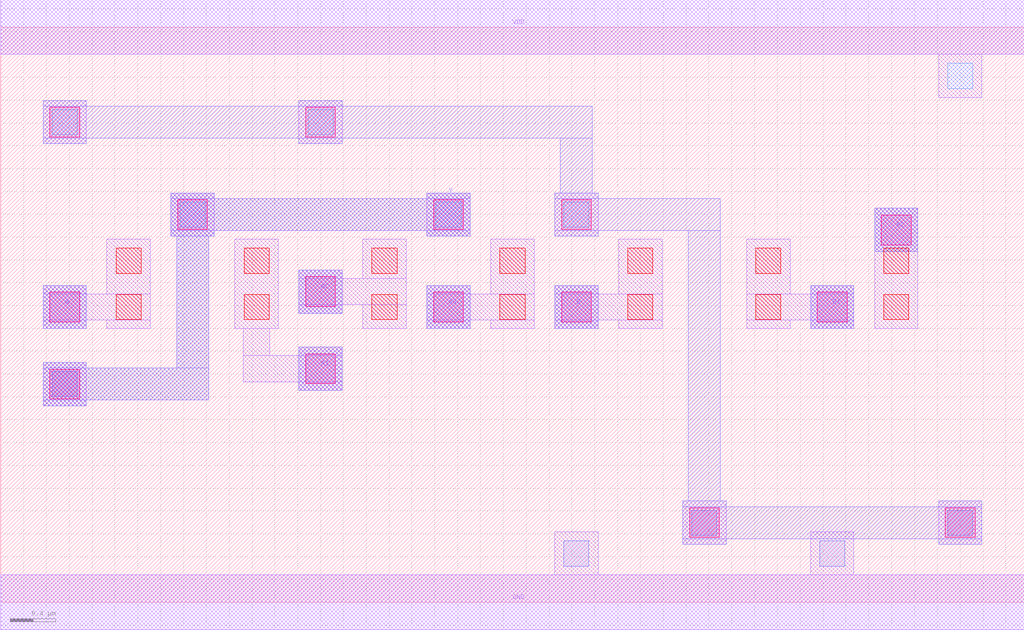
<source format=lef>
MACRO AOI43
 CLASS CORE ;
 FOREIGN AOI43 0 0 ;
 SIZE 8.96 BY 5.04 ;
 ORIGIN 0 0 ;
 SYMMETRY X Y R90 ;
 SITE unit ;
  PIN VDD
   DIRECTION INOUT ;
   USE POWER ;
   SHAPE ABUTMENT ;
    PORT
     CLASS CORE ;
       LAYER met1 ;
        RECT 0.00000000 4.80000000 8.96000000 5.28000000 ;
    END
  END VDD

  PIN GND
   DIRECTION INOUT ;
   USE POWER ;
   SHAPE ABUTMENT ;
    PORT
     CLASS CORE ;
       LAYER met1 ;
        RECT 0.00000000 -0.24000000 8.96000000 0.24000000 ;
    END
  END GND

  PIN Y
   DIRECTION INOUT ;
   USE SIGNAL ;
   SHAPE ABUTMENT ;
    PORT
     CLASS CORE ;
       LAYER met2 ;
        RECT 0.37000000 1.72200000 0.75000000 1.77200000 ;
        RECT 0.37000000 1.77200000 1.82000000 2.05200000 ;
        RECT 0.37000000 2.05200000 0.75000000 2.10200000 ;
        RECT 1.54000000 2.05200000 1.82000000 3.20700000 ;
        RECT 1.49000000 3.20700000 1.87000000 3.25700000 ;
        RECT 3.73000000 3.20700000 4.11000000 3.25700000 ;
        RECT 1.49000000 3.25700000 4.11000000 3.53700000 ;
        RECT 1.49000000 3.53700000 1.87000000 3.58700000 ;
        RECT 3.73000000 3.53700000 4.11000000 3.58700000 ;
    END
  END Y

  PIN B
   DIRECTION INOUT ;
   USE SIGNAL ;
   SHAPE ABUTMENT ;
    PORT
     CLASS CORE ;
       LAYER met2 ;
        RECT 4.85000000 2.39700000 5.23000000 2.77700000 ;
    END
  END B

  PIN A
   DIRECTION INOUT ;
   USE SIGNAL ;
   SHAPE ABUTMENT ;
    PORT
     CLASS CORE ;
       LAYER met2 ;
        RECT 0.37000000 2.39700000 0.75000000 2.77700000 ;
    END
  END A

  PIN A2
   DIRECTION INOUT ;
   USE SIGNAL ;
   SHAPE ABUTMENT ;
    PORT
     CLASS CORE ;
       LAYER met2 ;
        RECT 2.61000000 2.53200000 2.99000000 2.91200000 ;
    END
  END A2

  PIN A3
   DIRECTION INOUT ;
   USE SIGNAL ;
   SHAPE ABUTMENT ;
    PORT
     CLASS CORE ;
       LAYER met2 ;
        RECT 3.73000000 2.39700000 4.11000000 2.77700000 ;
    END
  END A3

  PIN B1
   DIRECTION INOUT ;
   USE SIGNAL ;
   SHAPE ABUTMENT ;
    PORT
     CLASS CORE ;
       LAYER met2 ;
        RECT 7.09000000 2.39700000 7.47000000 2.77700000 ;
    END
  END B1

  PIN B2
   DIRECTION INOUT ;
   USE SIGNAL ;
   SHAPE ABUTMENT ;
    PORT
     CLASS CORE ;
       LAYER met2 ;
        RECT 7.65000000 3.07200000 8.03000000 3.45200000 ;
    END
  END B2

  PIN A1
   DIRECTION INOUT ;
   USE SIGNAL ;
   SHAPE ABUTMENT ;
    PORT
     CLASS CORE ;
       LAYER met2 ;
        RECT 2.61000000 1.85700000 2.99000000 2.23700000 ;
    END
  END A1

 OBS
    LAYER polycont ;
     RECT 1.01000000 2.47700000 1.23000000 2.69700000 ;
     RECT 2.13000000 2.47700000 2.35000000 2.69700000 ;
     RECT 3.25000000 2.47700000 3.47000000 2.69700000 ;
     RECT 4.37000000 2.47700000 4.59000000 2.69700000 ;
     RECT 5.49000000 2.47700000 5.71000000 2.69700000 ;
     RECT 6.61000000 2.47700000 6.83000000 2.69700000 ;
     RECT 7.73000000 2.47700000 7.95000000 2.69700000 ;
     RECT 1.01000000 2.88200000 1.23000000 3.10200000 ;
     RECT 2.13000000 2.88200000 2.35000000 3.10200000 ;
     RECT 3.25000000 2.88200000 3.47000000 3.10200000 ;
     RECT 4.37000000 2.88200000 4.59000000 3.10200000 ;
     RECT 5.49000000 2.88200000 5.71000000 3.10200000 ;
     RECT 6.61000000 2.88200000 6.83000000 3.10200000 ;
     RECT 7.73000000 2.88200000 7.95000000 3.10200000 ;

    LAYER pdiffc ;
     RECT 1.57000000 3.28700000 1.79000000 3.50700000 ;
     RECT 3.81000000 3.28700000 4.03000000 3.50700000 ;
     RECT 4.93000000 3.28700000 5.15000000 3.50700000 ;
     RECT 0.45000000 4.09700000 0.67000000 4.31700000 ;
     RECT 2.69000000 4.09700000 2.91000000 4.31700000 ;
     RECT 8.29000000 4.50200000 8.51000000 4.72200000 ;

    LAYER ndiffc ;
     RECT 4.93000000 0.31700000 5.15000000 0.53700000 ;
     RECT 7.17000000 0.31700000 7.39000000 0.53700000 ;
     RECT 6.05000000 0.58700000 6.27000000 0.80700000 ;
     RECT 8.29000000 0.58700000 8.51000000 0.80700000 ;
     RECT 0.45000000 1.80200000 0.67000000 2.02200000 ;

    LAYER met1 ;
     RECT 0.00000000 -0.24000000 8.96000000 0.24000000 ;
     RECT 4.85000000 0.24000000 5.23000000 0.61700000 ;
     RECT 7.09000000 0.24000000 7.47000000 0.61700000 ;
     RECT 5.97000000 0.50700000 6.35000000 0.88700000 ;
     RECT 8.21000000 0.50700000 8.59000000 0.88700000 ;
     RECT 0.37000000 1.72200000 0.75000000 2.10200000 ;
     RECT 0.37000000 2.39700000 0.75000000 2.47200000 ;
     RECT 0.93000000 2.39700000 1.31000000 2.47200000 ;
     RECT 0.37000000 2.47200000 1.31000000 2.70200000 ;
     RECT 0.37000000 2.70200000 0.75000000 2.77700000 ;
     RECT 0.93000000 2.70200000 1.31000000 3.18200000 ;
     RECT 2.61000000 1.85700000 2.99000000 1.93200000 ;
     RECT 2.12500000 1.93200000 2.99000000 2.16200000 ;
     RECT 2.61000000 2.16200000 2.99000000 2.23700000 ;
     RECT 2.12500000 2.16200000 2.35500000 2.39700000 ;
     RECT 2.05000000 2.39700000 2.43000000 3.18200000 ;
     RECT 2.61000000 2.53200000 2.99000000 2.60700000 ;
     RECT 3.17000000 2.39700000 3.55000000 2.60700000 ;
     RECT 2.61000000 2.60700000 3.55000000 2.83700000 ;
     RECT 2.61000000 2.83700000 2.99000000 2.91200000 ;
     RECT 3.17000000 2.83700000 3.55000000 3.18200000 ;
     RECT 3.73000000 2.39700000 4.11000000 2.47200000 ;
     RECT 4.29000000 2.39700000 4.67000000 2.47200000 ;
     RECT 3.73000000 2.47200000 4.67000000 2.70200000 ;
     RECT 3.73000000 2.70200000 4.11000000 2.77700000 ;
     RECT 4.29000000 2.70200000 4.67000000 3.18200000 ;
     RECT 4.85000000 2.39700000 5.23000000 2.47200000 ;
     RECT 5.41000000 2.39700000 5.79000000 2.47200000 ;
     RECT 4.85000000 2.47200000 5.79000000 2.70200000 ;
     RECT 4.85000000 2.70200000 5.23000000 2.77700000 ;
     RECT 5.41000000 2.70200000 5.79000000 3.18200000 ;
     RECT 6.53000000 2.39700000 6.91000000 2.47200000 ;
     RECT 7.09000000 2.39700000 7.47000000 2.47200000 ;
     RECT 6.53000000 2.47200000 7.47000000 2.70200000 ;
     RECT 7.09000000 2.70200000 7.47000000 2.77700000 ;
     RECT 6.53000000 2.70200000 6.91000000 3.18200000 ;
     RECT 7.65000000 2.39700000 8.03000000 3.45200000 ;
     RECT 1.49000000 3.20700000 1.87000000 3.58700000 ;
     RECT 3.73000000 3.20700000 4.11000000 3.58700000 ;
     RECT 4.85000000 3.20700000 5.23000000 3.58700000 ;
     RECT 0.37000000 4.01700000 0.75000000 4.39700000 ;
     RECT 2.61000000 4.01700000 2.99000000 4.39700000 ;
     RECT 8.21000000 4.42200000 8.59000000 4.80000000 ;
     RECT 0.00000000 4.80000000 8.96000000 5.28000000 ;

    LAYER via1 ;
     RECT 6.03000000 0.56700000 6.29000000 0.82700000 ;
     RECT 8.27000000 0.56700000 8.53000000 0.82700000 ;
     RECT 0.43000000 1.78200000 0.69000000 2.04200000 ;
     RECT 2.67000000 1.91700000 2.93000000 2.17700000 ;
     RECT 0.43000000 2.45700000 0.69000000 2.71700000 ;
     RECT 3.79000000 2.45700000 4.05000000 2.71700000 ;
     RECT 4.91000000 2.45700000 5.17000000 2.71700000 ;
     RECT 7.15000000 2.45700000 7.41000000 2.71700000 ;
     RECT 2.67000000 2.59200000 2.93000000 2.85200000 ;
     RECT 7.71000000 3.13200000 7.97000000 3.39200000 ;
     RECT 1.55000000 3.26700000 1.81000000 3.52700000 ;
     RECT 3.79000000 3.26700000 4.05000000 3.52700000 ;
     RECT 4.91000000 3.26700000 5.17000000 3.52700000 ;
     RECT 0.43000000 4.07700000 0.69000000 4.33700000 ;
     RECT 2.67000000 4.07700000 2.93000000 4.33700000 ;

    LAYER met2 ;
     RECT 2.61000000 1.85700000 2.99000000 2.23700000 ;
     RECT 0.37000000 2.39700000 0.75000000 2.77700000 ;
     RECT 3.73000000 2.39700000 4.11000000 2.77700000 ;
     RECT 4.85000000 2.39700000 5.23000000 2.77700000 ;
     RECT 7.09000000 2.39700000 7.47000000 2.77700000 ;
     RECT 2.61000000 2.53200000 2.99000000 2.91200000 ;
     RECT 7.65000000 3.07200000 8.03000000 3.45200000 ;
     RECT 0.37000000 1.72200000 0.75000000 1.77200000 ;
     RECT 0.37000000 1.77200000 1.82000000 2.05200000 ;
     RECT 0.37000000 2.05200000 0.75000000 2.10200000 ;
     RECT 1.54000000 2.05200000 1.82000000 3.20700000 ;
     RECT 1.49000000 3.20700000 1.87000000 3.25700000 ;
     RECT 3.73000000 3.20700000 4.11000000 3.25700000 ;
     RECT 1.49000000 3.25700000 4.11000000 3.53700000 ;
     RECT 1.49000000 3.53700000 1.87000000 3.58700000 ;
     RECT 3.73000000 3.53700000 4.11000000 3.58700000 ;
     RECT 5.97000000 0.50700000 6.35000000 0.55700000 ;
     RECT 8.21000000 0.50700000 8.59000000 0.55700000 ;
     RECT 5.97000000 0.55700000 8.59000000 0.83700000 ;
     RECT 5.97000000 0.83700000 6.35000000 0.88700000 ;
     RECT 8.21000000 0.83700000 8.59000000 0.88700000 ;
     RECT 4.85000000 3.20700000 5.23000000 3.25700000 ;
     RECT 6.02000000 0.88700000 6.30000000 3.25700000 ;
     RECT 4.85000000 3.25700000 6.30000000 3.53700000 ;
     RECT 4.85000000 3.53700000 5.23000000 3.58700000 ;
     RECT 0.37000000 4.01700000 0.75000000 4.06700000 ;
     RECT 2.61000000 4.01700000 2.99000000 4.06700000 ;
     RECT 4.90000000 3.58700000 5.18000000 4.06700000 ;
     RECT 0.37000000 4.06700000 5.18000000 4.34700000 ;
     RECT 0.37000000 4.34700000 0.75000000 4.39700000 ;
     RECT 2.61000000 4.34700000 2.99000000 4.39700000 ;

 END
END AOI43

</source>
